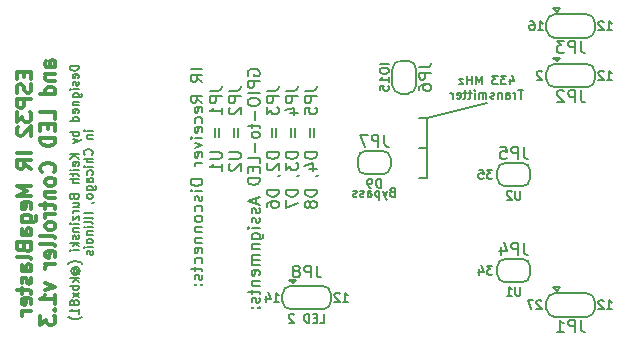
<source format=gbr>
G04 #@! TF.GenerationSoftware,KiCad,Pcbnew,(6.0.0-0)*
G04 #@! TF.CreationDate,2022-04-14T23:47:31-05:00*
G04 #@! TF.ProjectId,kbxIrBlaster,6b627849-7242-46c6-9173-7465722e6b69,rev?*
G04 #@! TF.SameCoordinates,Original*
G04 #@! TF.FileFunction,Legend,Bot*
G04 #@! TF.FilePolarity,Positive*
%FSLAX46Y46*%
G04 Gerber Fmt 4.6, Leading zero omitted, Abs format (unit mm)*
G04 Created by KiCad (PCBNEW (6.0.0-0)) date 2022-04-14 23:47:31*
%MOMM*%
%LPD*%
G01*
G04 APERTURE LIST*
%ADD10C,0.150000*%
%ADD11C,0.160000*%
%ADD12C,0.200000*%
%ADD13C,0.300000*%
G04 APERTURE END LIST*
D10*
X156210000Y-76835000D02*
X155575000Y-76835000D01*
X156210000Y-79375000D02*
X156210000Y-76835000D01*
X155575000Y-79375000D02*
X156210000Y-79375000D01*
X156210000Y-74295000D02*
X161290000Y-73025000D01*
X156210000Y-74295000D02*
X155575000Y-74295000D01*
X156210000Y-76835000D02*
X156210000Y-74295000D01*
D11*
X126735535Y-69912857D02*
X125985535Y-69912857D01*
X125985535Y-70091428D01*
X126021250Y-70198571D01*
X126092678Y-70270000D01*
X126164107Y-70305714D01*
X126306964Y-70341428D01*
X126414107Y-70341428D01*
X126556964Y-70305714D01*
X126628392Y-70270000D01*
X126699821Y-70198571D01*
X126735535Y-70091428D01*
X126735535Y-69912857D01*
X126699821Y-70948571D02*
X126735535Y-70877142D01*
X126735535Y-70734285D01*
X126699821Y-70662857D01*
X126628392Y-70627142D01*
X126342678Y-70627142D01*
X126271250Y-70662857D01*
X126235535Y-70734285D01*
X126235535Y-70877142D01*
X126271250Y-70948571D01*
X126342678Y-70984285D01*
X126414107Y-70984285D01*
X126485535Y-70627142D01*
X126699821Y-71270000D02*
X126735535Y-71341428D01*
X126735535Y-71484285D01*
X126699821Y-71555714D01*
X126628392Y-71591428D01*
X126592678Y-71591428D01*
X126521250Y-71555714D01*
X126485535Y-71484285D01*
X126485535Y-71377142D01*
X126449821Y-71305714D01*
X126378392Y-71270000D01*
X126342678Y-71270000D01*
X126271250Y-71305714D01*
X126235535Y-71377142D01*
X126235535Y-71484285D01*
X126271250Y-71555714D01*
X126735535Y-71912857D02*
X126235535Y-71912857D01*
X125985535Y-71912857D02*
X126021250Y-71877142D01*
X126056964Y-71912857D01*
X126021250Y-71948571D01*
X125985535Y-71912857D01*
X126056964Y-71912857D01*
X126235535Y-72591428D02*
X126842678Y-72591428D01*
X126914107Y-72555714D01*
X126949821Y-72520000D01*
X126985535Y-72448571D01*
X126985535Y-72341428D01*
X126949821Y-72270000D01*
X126699821Y-72591428D02*
X126735535Y-72520000D01*
X126735535Y-72377142D01*
X126699821Y-72305714D01*
X126664107Y-72270000D01*
X126592678Y-72234285D01*
X126378392Y-72234285D01*
X126306964Y-72270000D01*
X126271250Y-72305714D01*
X126235535Y-72377142D01*
X126235535Y-72520000D01*
X126271250Y-72591428D01*
X126235535Y-72948571D02*
X126735535Y-72948571D01*
X126306964Y-72948571D02*
X126271250Y-72984285D01*
X126235535Y-73055714D01*
X126235535Y-73162857D01*
X126271250Y-73234285D01*
X126342678Y-73270000D01*
X126735535Y-73270000D01*
X126699821Y-73912857D02*
X126735535Y-73841428D01*
X126735535Y-73698571D01*
X126699821Y-73627142D01*
X126628392Y-73591428D01*
X126342678Y-73591428D01*
X126271250Y-73627142D01*
X126235535Y-73698571D01*
X126235535Y-73841428D01*
X126271250Y-73912857D01*
X126342678Y-73948571D01*
X126414107Y-73948571D01*
X126485535Y-73591428D01*
X126735535Y-74591428D02*
X125985535Y-74591428D01*
X126699821Y-74591428D02*
X126735535Y-74520000D01*
X126735535Y-74377142D01*
X126699821Y-74305714D01*
X126664107Y-74270000D01*
X126592678Y-74234285D01*
X126378392Y-74234285D01*
X126306964Y-74270000D01*
X126271250Y-74305714D01*
X126235535Y-74377142D01*
X126235535Y-74520000D01*
X126271250Y-74591428D01*
X126735535Y-75520000D02*
X125985535Y-75520000D01*
X126271250Y-75520000D02*
X126235535Y-75591428D01*
X126235535Y-75734285D01*
X126271250Y-75805714D01*
X126306964Y-75841428D01*
X126378392Y-75877142D01*
X126592678Y-75877142D01*
X126664107Y-75841428D01*
X126699821Y-75805714D01*
X126735535Y-75734285D01*
X126735535Y-75591428D01*
X126699821Y-75520000D01*
X126235535Y-76127142D02*
X126735535Y-76305714D01*
X126235535Y-76484285D02*
X126735535Y-76305714D01*
X126914107Y-76234285D01*
X126949821Y-76198571D01*
X126985535Y-76127142D01*
X126735535Y-77341428D02*
X125985535Y-77341428D01*
X126735535Y-77769999D02*
X126306964Y-77448571D01*
X125985535Y-77769999D02*
X126414107Y-77341428D01*
X126699821Y-78377142D02*
X126735535Y-78305714D01*
X126735535Y-78162857D01*
X126699821Y-78091428D01*
X126628392Y-78055714D01*
X126342678Y-78055714D01*
X126271250Y-78091428D01*
X126235535Y-78162857D01*
X126235535Y-78305714D01*
X126271250Y-78377142D01*
X126342678Y-78412857D01*
X126414107Y-78412857D01*
X126485535Y-78055714D01*
X126735535Y-78734285D02*
X126235535Y-78734285D01*
X125985535Y-78734285D02*
X126021250Y-78698571D01*
X126056964Y-78734285D01*
X126021250Y-78770000D01*
X125985535Y-78734285D01*
X126056964Y-78734285D01*
X126235535Y-78984285D02*
X126235535Y-79269999D01*
X125985535Y-79091428D02*
X126628392Y-79091428D01*
X126699821Y-79127142D01*
X126735535Y-79198571D01*
X126735535Y-79269999D01*
X126735535Y-79520000D02*
X125985535Y-79520000D01*
X126735535Y-79841428D02*
X126342678Y-79841428D01*
X126271250Y-79805714D01*
X126235535Y-79734285D01*
X126235535Y-79627142D01*
X126271250Y-79555714D01*
X126306964Y-79520000D01*
X126342678Y-81020000D02*
X126378392Y-81127142D01*
X126414107Y-81162857D01*
X126485535Y-81198571D01*
X126592678Y-81198571D01*
X126664107Y-81162857D01*
X126699821Y-81127142D01*
X126735535Y-81055714D01*
X126735535Y-80770000D01*
X125985535Y-80770000D01*
X125985535Y-81020000D01*
X126021250Y-81091428D01*
X126056964Y-81127142D01*
X126128392Y-81162857D01*
X126199821Y-81162857D01*
X126271250Y-81127142D01*
X126306964Y-81091428D01*
X126342678Y-81020000D01*
X126342678Y-80770000D01*
X126235535Y-81841428D02*
X126735535Y-81841428D01*
X126235535Y-81520000D02*
X126628392Y-81520000D01*
X126699821Y-81555714D01*
X126735535Y-81627142D01*
X126735535Y-81734285D01*
X126699821Y-81805714D01*
X126664107Y-81841428D01*
X126735535Y-82198571D02*
X126235535Y-82198571D01*
X126378392Y-82198571D02*
X126306964Y-82234285D01*
X126271250Y-82270000D01*
X126235535Y-82341428D01*
X126235535Y-82412857D01*
X126235535Y-82591428D02*
X126235535Y-82984285D01*
X126735535Y-82591428D01*
X126735535Y-82984285D01*
X126735535Y-83269999D02*
X126235535Y-83269999D01*
X125985535Y-83269999D02*
X126021250Y-83234285D01*
X126056964Y-83269999D01*
X126021250Y-83305714D01*
X125985535Y-83269999D01*
X126056964Y-83269999D01*
X126235535Y-83627142D02*
X126735535Y-83627142D01*
X126306964Y-83627142D02*
X126271250Y-83662857D01*
X126235535Y-83734285D01*
X126235535Y-83841428D01*
X126271250Y-83912857D01*
X126342678Y-83948571D01*
X126735535Y-83948571D01*
X126699821Y-84269999D02*
X126735535Y-84341428D01*
X126735535Y-84484285D01*
X126699821Y-84555714D01*
X126628392Y-84591428D01*
X126592678Y-84591428D01*
X126521250Y-84555714D01*
X126485535Y-84484285D01*
X126485535Y-84377142D01*
X126449821Y-84305714D01*
X126378392Y-84269999D01*
X126342678Y-84269999D01*
X126271250Y-84305714D01*
X126235535Y-84377142D01*
X126235535Y-84484285D01*
X126271250Y-84555714D01*
X126735535Y-84912857D02*
X125985535Y-84912857D01*
X126449821Y-84984285D02*
X126735535Y-85198571D01*
X126235535Y-85198571D02*
X126521250Y-84912857D01*
X126735535Y-85519999D02*
X126235535Y-85519999D01*
X125985535Y-85519999D02*
X126021250Y-85484285D01*
X126056964Y-85519999D01*
X126021250Y-85555714D01*
X125985535Y-85519999D01*
X126056964Y-85519999D01*
X127021250Y-86662857D02*
X126985535Y-86627142D01*
X126878392Y-86555714D01*
X126806964Y-86520000D01*
X126699821Y-86484285D01*
X126521250Y-86448571D01*
X126378392Y-86448571D01*
X126199821Y-86484285D01*
X126092678Y-86520000D01*
X126021250Y-86555714D01*
X125914107Y-86627142D01*
X125878392Y-86662857D01*
X126378392Y-87412857D02*
X126342678Y-87377142D01*
X126306964Y-87305714D01*
X126306964Y-87234285D01*
X126342678Y-87162857D01*
X126378392Y-87127142D01*
X126449821Y-87091428D01*
X126521250Y-87091428D01*
X126592678Y-87127142D01*
X126628392Y-87162857D01*
X126664107Y-87234285D01*
X126664107Y-87305714D01*
X126628392Y-87377142D01*
X126592678Y-87412857D01*
X126306964Y-87412857D02*
X126592678Y-87412857D01*
X126628392Y-87448571D01*
X126628392Y-87484285D01*
X126592678Y-87555714D01*
X126521250Y-87591428D01*
X126342678Y-87591428D01*
X126235535Y-87520000D01*
X126164107Y-87412857D01*
X126128392Y-87270000D01*
X126164107Y-87127142D01*
X126235535Y-87020000D01*
X126342678Y-86948571D01*
X126485535Y-86912857D01*
X126628392Y-86948571D01*
X126735535Y-87020000D01*
X126806964Y-87127142D01*
X126842678Y-87270000D01*
X126806964Y-87412857D01*
X126735535Y-87520000D01*
X126735535Y-87912857D02*
X125985535Y-87912857D01*
X126449821Y-87984285D02*
X126735535Y-88198571D01*
X126235535Y-88198571D02*
X126521250Y-87912857D01*
X126735535Y-88520000D02*
X125985535Y-88520000D01*
X126271250Y-88520000D02*
X126235535Y-88591428D01*
X126235535Y-88734285D01*
X126271250Y-88805714D01*
X126306964Y-88841428D01*
X126378392Y-88877142D01*
X126592678Y-88877142D01*
X126664107Y-88841428D01*
X126699821Y-88805714D01*
X126735535Y-88734285D01*
X126735535Y-88591428D01*
X126699821Y-88520000D01*
X126735535Y-89127142D02*
X126235535Y-89520000D01*
X126235535Y-89127142D02*
X126735535Y-89520000D01*
X126306964Y-89912857D02*
X126271250Y-89841428D01*
X126235535Y-89805714D01*
X126164107Y-89770000D01*
X126128392Y-89770000D01*
X126056964Y-89805714D01*
X126021250Y-89841428D01*
X125985535Y-89912857D01*
X125985535Y-90055714D01*
X126021250Y-90127142D01*
X126056964Y-90162857D01*
X126128392Y-90198571D01*
X126164107Y-90198571D01*
X126235535Y-90162857D01*
X126271250Y-90127142D01*
X126306964Y-90055714D01*
X126306964Y-89912857D01*
X126342678Y-89841428D01*
X126378392Y-89805714D01*
X126449821Y-89770000D01*
X126592678Y-89770000D01*
X126664107Y-89805714D01*
X126699821Y-89841428D01*
X126735535Y-89912857D01*
X126735535Y-90055714D01*
X126699821Y-90127142D01*
X126664107Y-90162857D01*
X126592678Y-90198571D01*
X126449821Y-90198571D01*
X126378392Y-90162857D01*
X126342678Y-90127142D01*
X126306964Y-90055714D01*
X126735535Y-90912857D02*
X126735535Y-90484285D01*
X126735535Y-90698571D02*
X125985535Y-90698571D01*
X126092678Y-90627142D01*
X126164107Y-90555714D01*
X126199821Y-90484285D01*
X127021250Y-91162857D02*
X126985535Y-91198571D01*
X126878392Y-91269999D01*
X126806964Y-91305714D01*
X126699821Y-91341428D01*
X126521250Y-91377142D01*
X126378392Y-91377142D01*
X126199821Y-91341428D01*
X126092678Y-91305714D01*
X126021250Y-91269999D01*
X125914107Y-91198571D01*
X125878392Y-91162857D01*
X127943035Y-75412857D02*
X127443035Y-75412857D01*
X127193035Y-75412857D02*
X127228750Y-75377142D01*
X127264464Y-75412857D01*
X127228750Y-75448571D01*
X127193035Y-75412857D01*
X127264464Y-75412857D01*
X127443035Y-75770000D02*
X127943035Y-75770000D01*
X127514464Y-75770000D02*
X127478750Y-75805714D01*
X127443035Y-75877142D01*
X127443035Y-75984285D01*
X127478750Y-76055714D01*
X127550178Y-76091428D01*
X127943035Y-76091428D01*
X127871607Y-77448571D02*
X127907321Y-77412857D01*
X127943035Y-77305714D01*
X127943035Y-77234285D01*
X127907321Y-77127142D01*
X127835892Y-77055714D01*
X127764464Y-77020000D01*
X127621607Y-76984285D01*
X127514464Y-76984285D01*
X127371607Y-77020000D01*
X127300178Y-77055714D01*
X127228750Y-77127142D01*
X127193035Y-77234285D01*
X127193035Y-77305714D01*
X127228750Y-77412857D01*
X127264464Y-77448571D01*
X127943035Y-77770000D02*
X127193035Y-77770000D01*
X127943035Y-78091428D02*
X127550178Y-78091428D01*
X127478750Y-78055714D01*
X127443035Y-77984285D01*
X127443035Y-77877142D01*
X127478750Y-77805714D01*
X127514464Y-77770000D01*
X127943035Y-78448571D02*
X127443035Y-78448571D01*
X127193035Y-78448571D02*
X127228750Y-78412857D01*
X127264464Y-78448571D01*
X127228750Y-78484285D01*
X127193035Y-78448571D01*
X127264464Y-78448571D01*
X127907321Y-79127142D02*
X127943035Y-79055714D01*
X127943035Y-78912857D01*
X127907321Y-78841428D01*
X127871607Y-78805714D01*
X127800178Y-78770000D01*
X127585892Y-78770000D01*
X127514464Y-78805714D01*
X127478750Y-78841428D01*
X127443035Y-78912857D01*
X127443035Y-79055714D01*
X127478750Y-79127142D01*
X127943035Y-79770000D02*
X127550178Y-79770000D01*
X127478750Y-79734285D01*
X127443035Y-79662857D01*
X127443035Y-79520000D01*
X127478750Y-79448571D01*
X127907321Y-79770000D02*
X127943035Y-79698571D01*
X127943035Y-79520000D01*
X127907321Y-79448571D01*
X127835892Y-79412857D01*
X127764464Y-79412857D01*
X127693035Y-79448571D01*
X127657321Y-79520000D01*
X127657321Y-79698571D01*
X127621607Y-79770000D01*
X127443035Y-80448571D02*
X128050178Y-80448571D01*
X128121607Y-80412857D01*
X128157321Y-80377142D01*
X128193035Y-80305714D01*
X128193035Y-80198571D01*
X128157321Y-80127142D01*
X127907321Y-80448571D02*
X127943035Y-80377142D01*
X127943035Y-80234285D01*
X127907321Y-80162857D01*
X127871607Y-80127142D01*
X127800178Y-80091428D01*
X127585892Y-80091428D01*
X127514464Y-80127142D01*
X127478750Y-80162857D01*
X127443035Y-80234285D01*
X127443035Y-80377142D01*
X127478750Y-80448571D01*
X127943035Y-80912857D02*
X127907321Y-80841428D01*
X127871607Y-80805714D01*
X127800178Y-80770000D01*
X127585892Y-80770000D01*
X127514464Y-80805714D01*
X127478750Y-80841428D01*
X127443035Y-80912857D01*
X127443035Y-81020000D01*
X127478750Y-81091428D01*
X127514464Y-81127142D01*
X127585892Y-81162857D01*
X127800178Y-81162857D01*
X127871607Y-81127142D01*
X127907321Y-81091428D01*
X127943035Y-81020000D01*
X127943035Y-80912857D01*
X127907321Y-81520000D02*
X127943035Y-81520000D01*
X128014464Y-81484285D01*
X128050178Y-81448571D01*
X127943035Y-82412857D02*
X127193035Y-82412857D01*
X127943035Y-82877142D02*
X127907321Y-82805714D01*
X127835892Y-82770000D01*
X127193035Y-82770000D01*
X127943035Y-83270000D02*
X127907321Y-83198571D01*
X127835892Y-83162857D01*
X127193035Y-83162857D01*
X127943035Y-83555714D02*
X127443035Y-83555714D01*
X127193035Y-83555714D02*
X127228750Y-83520000D01*
X127264464Y-83555714D01*
X127228750Y-83591428D01*
X127193035Y-83555714D01*
X127264464Y-83555714D01*
X127443035Y-83912857D02*
X127943035Y-83912857D01*
X127514464Y-83912857D02*
X127478750Y-83948571D01*
X127443035Y-84020000D01*
X127443035Y-84127142D01*
X127478750Y-84198571D01*
X127550178Y-84234285D01*
X127943035Y-84234285D01*
X127943035Y-84698571D02*
X127907321Y-84627142D01*
X127871607Y-84591428D01*
X127800178Y-84555714D01*
X127585892Y-84555714D01*
X127514464Y-84591428D01*
X127478750Y-84627142D01*
X127443035Y-84698571D01*
X127443035Y-84805714D01*
X127478750Y-84877142D01*
X127514464Y-84912857D01*
X127585892Y-84948571D01*
X127800178Y-84948571D01*
X127871607Y-84912857D01*
X127907321Y-84877142D01*
X127943035Y-84805714D01*
X127943035Y-84698571D01*
X127943035Y-85270000D02*
X127443035Y-85270000D01*
X127193035Y-85270000D02*
X127228750Y-85234285D01*
X127264464Y-85270000D01*
X127228750Y-85305714D01*
X127193035Y-85270000D01*
X127264464Y-85270000D01*
X127907321Y-85591428D02*
X127943035Y-85662857D01*
X127943035Y-85805714D01*
X127907321Y-85877142D01*
X127835892Y-85912857D01*
X127800178Y-85912857D01*
X127728750Y-85877142D01*
X127693035Y-85805714D01*
X127693035Y-85698571D01*
X127657321Y-85627142D01*
X127585892Y-85591428D01*
X127550178Y-85591428D01*
X127478750Y-85627142D01*
X127443035Y-85698571D01*
X127443035Y-85805714D01*
X127478750Y-85877142D01*
D12*
X137227380Y-70218095D02*
X136227380Y-70218095D01*
X137227380Y-71265714D02*
X136751190Y-70932380D01*
X137227380Y-70694285D02*
X136227380Y-70694285D01*
X136227380Y-71075238D01*
X136275000Y-71170476D01*
X136322619Y-71218095D01*
X136417857Y-71265714D01*
X136560714Y-71265714D01*
X136655952Y-71218095D01*
X136703571Y-71170476D01*
X136751190Y-71075238D01*
X136751190Y-70694285D01*
X137227380Y-73027619D02*
X136751190Y-72694285D01*
X137227380Y-72456190D02*
X136227380Y-72456190D01*
X136227380Y-72837142D01*
X136275000Y-72932380D01*
X136322619Y-72980000D01*
X136417857Y-73027619D01*
X136560714Y-73027619D01*
X136655952Y-72980000D01*
X136703571Y-72932380D01*
X136751190Y-72837142D01*
X136751190Y-72456190D01*
X137179761Y-73837142D02*
X137227380Y-73741904D01*
X137227380Y-73551428D01*
X137179761Y-73456190D01*
X137084523Y-73408571D01*
X136703571Y-73408571D01*
X136608333Y-73456190D01*
X136560714Y-73551428D01*
X136560714Y-73741904D01*
X136608333Y-73837142D01*
X136703571Y-73884761D01*
X136798809Y-73884761D01*
X136894047Y-73408571D01*
X137179761Y-74741904D02*
X137227380Y-74646666D01*
X137227380Y-74456190D01*
X137179761Y-74360952D01*
X137132142Y-74313333D01*
X137036904Y-74265714D01*
X136751190Y-74265714D01*
X136655952Y-74313333D01*
X136608333Y-74360952D01*
X136560714Y-74456190D01*
X136560714Y-74646666D01*
X136608333Y-74741904D01*
X137179761Y-75551428D02*
X137227380Y-75456190D01*
X137227380Y-75265714D01*
X137179761Y-75170476D01*
X137084523Y-75122857D01*
X136703571Y-75122857D01*
X136608333Y-75170476D01*
X136560714Y-75265714D01*
X136560714Y-75456190D01*
X136608333Y-75551428D01*
X136703571Y-75599047D01*
X136798809Y-75599047D01*
X136894047Y-75122857D01*
X137227380Y-76027619D02*
X136560714Y-76027619D01*
X136227380Y-76027619D02*
X136275000Y-75980000D01*
X136322619Y-76027619D01*
X136275000Y-76075238D01*
X136227380Y-76027619D01*
X136322619Y-76027619D01*
X136560714Y-76408571D02*
X137227380Y-76646666D01*
X136560714Y-76884761D01*
X137179761Y-77646666D02*
X137227380Y-77551428D01*
X137227380Y-77360952D01*
X137179761Y-77265714D01*
X137084523Y-77218095D01*
X136703571Y-77218095D01*
X136608333Y-77265714D01*
X136560714Y-77360952D01*
X136560714Y-77551428D01*
X136608333Y-77646666D01*
X136703571Y-77694285D01*
X136798809Y-77694285D01*
X136894047Y-77218095D01*
X137227380Y-78122857D02*
X136560714Y-78122857D01*
X136751190Y-78122857D02*
X136655952Y-78170476D01*
X136608333Y-78218095D01*
X136560714Y-78313333D01*
X136560714Y-78408571D01*
X137227380Y-79503809D02*
X136227380Y-79503809D01*
X136227380Y-79741904D01*
X136275000Y-79884761D01*
X136370238Y-79980000D01*
X136465476Y-80027619D01*
X136655952Y-80075238D01*
X136798809Y-80075238D01*
X136989285Y-80027619D01*
X137084523Y-79980000D01*
X137179761Y-79884761D01*
X137227380Y-79741904D01*
X137227380Y-79503809D01*
X137227380Y-80503809D02*
X136560714Y-80503809D01*
X136227380Y-80503809D02*
X136275000Y-80456190D01*
X136322619Y-80503809D01*
X136275000Y-80551428D01*
X136227380Y-80503809D01*
X136322619Y-80503809D01*
X137179761Y-80932380D02*
X137227380Y-81027619D01*
X137227380Y-81218095D01*
X137179761Y-81313333D01*
X137084523Y-81360952D01*
X137036904Y-81360952D01*
X136941666Y-81313333D01*
X136894047Y-81218095D01*
X136894047Y-81075238D01*
X136846428Y-80980000D01*
X136751190Y-80932380D01*
X136703571Y-80932380D01*
X136608333Y-80980000D01*
X136560714Y-81075238D01*
X136560714Y-81218095D01*
X136608333Y-81313333D01*
X137179761Y-82218095D02*
X137227380Y-82122857D01*
X137227380Y-81932380D01*
X137179761Y-81837142D01*
X137132142Y-81789523D01*
X137036904Y-81741904D01*
X136751190Y-81741904D01*
X136655952Y-81789523D01*
X136608333Y-81837142D01*
X136560714Y-81932380D01*
X136560714Y-82122857D01*
X136608333Y-82218095D01*
X137227380Y-82789523D02*
X137179761Y-82694285D01*
X137132142Y-82646666D01*
X137036904Y-82599047D01*
X136751190Y-82599047D01*
X136655952Y-82646666D01*
X136608333Y-82694285D01*
X136560714Y-82789523D01*
X136560714Y-82932380D01*
X136608333Y-83027619D01*
X136655952Y-83075238D01*
X136751190Y-83122857D01*
X137036904Y-83122857D01*
X137132142Y-83075238D01*
X137179761Y-83027619D01*
X137227380Y-82932380D01*
X137227380Y-82789523D01*
X136560714Y-83551428D02*
X137227380Y-83551428D01*
X136655952Y-83551428D02*
X136608333Y-83599047D01*
X136560714Y-83694285D01*
X136560714Y-83837142D01*
X136608333Y-83932380D01*
X136703571Y-83980000D01*
X137227380Y-83980000D01*
X136560714Y-84456190D02*
X137227380Y-84456190D01*
X136655952Y-84456190D02*
X136608333Y-84503809D01*
X136560714Y-84599047D01*
X136560714Y-84741904D01*
X136608333Y-84837142D01*
X136703571Y-84884761D01*
X137227380Y-84884761D01*
X137179761Y-85741904D02*
X137227380Y-85646666D01*
X137227380Y-85456190D01*
X137179761Y-85360952D01*
X137084523Y-85313333D01*
X136703571Y-85313333D01*
X136608333Y-85360952D01*
X136560714Y-85456190D01*
X136560714Y-85646666D01*
X136608333Y-85741904D01*
X136703571Y-85789523D01*
X136798809Y-85789523D01*
X136894047Y-85313333D01*
X137179761Y-86646666D02*
X137227380Y-86551428D01*
X137227380Y-86360952D01*
X137179761Y-86265714D01*
X137132142Y-86218095D01*
X137036904Y-86170476D01*
X136751190Y-86170476D01*
X136655952Y-86218095D01*
X136608333Y-86265714D01*
X136560714Y-86360952D01*
X136560714Y-86551428D01*
X136608333Y-86646666D01*
X136560714Y-86932380D02*
X136560714Y-87313333D01*
X136227380Y-87075238D02*
X137084523Y-87075238D01*
X137179761Y-87122857D01*
X137227380Y-87218095D01*
X137227380Y-87313333D01*
X137179761Y-87599047D02*
X137227380Y-87694285D01*
X137227380Y-87884761D01*
X137179761Y-87980000D01*
X137084523Y-88027619D01*
X137036904Y-88027619D01*
X136941666Y-87980000D01*
X136894047Y-87884761D01*
X136894047Y-87741904D01*
X136846428Y-87646666D01*
X136751190Y-87599047D01*
X136703571Y-87599047D01*
X136608333Y-87646666D01*
X136560714Y-87741904D01*
X136560714Y-87884761D01*
X136608333Y-87980000D01*
X137132142Y-88456190D02*
X137179761Y-88503809D01*
X137227380Y-88456190D01*
X137179761Y-88408571D01*
X137132142Y-88456190D01*
X137227380Y-88456190D01*
X136608333Y-88456190D02*
X136655952Y-88503809D01*
X136703571Y-88456190D01*
X136655952Y-88408571D01*
X136608333Y-88456190D01*
X136703571Y-88456190D01*
X137837380Y-72027619D02*
X138551666Y-72027619D01*
X138694523Y-71980000D01*
X138789761Y-71884761D01*
X138837380Y-71741904D01*
X138837380Y-71646666D01*
X138837380Y-72503809D02*
X137837380Y-72503809D01*
X137837380Y-72884761D01*
X137885000Y-72980000D01*
X137932619Y-73027619D01*
X138027857Y-73075238D01*
X138170714Y-73075238D01*
X138265952Y-73027619D01*
X138313571Y-72980000D01*
X138361190Y-72884761D01*
X138361190Y-72503809D01*
X138837380Y-74027619D02*
X138837380Y-73456190D01*
X138837380Y-73741904D02*
X137837380Y-73741904D01*
X137980238Y-73646666D01*
X138075476Y-73551428D01*
X138123095Y-73456190D01*
X138313571Y-75218095D02*
X138313571Y-75980000D01*
X138599285Y-75980000D02*
X138599285Y-75218095D01*
X137837380Y-77218095D02*
X138646904Y-77218095D01*
X138742142Y-77265714D01*
X138789761Y-77313333D01*
X138837380Y-77408571D01*
X138837380Y-77599047D01*
X138789761Y-77694285D01*
X138742142Y-77741904D01*
X138646904Y-77789523D01*
X137837380Y-77789523D01*
X138837380Y-78789523D02*
X138837380Y-78218095D01*
X138837380Y-78503809D02*
X137837380Y-78503809D01*
X137980238Y-78408571D01*
X138075476Y-78313333D01*
X138123095Y-78218095D01*
X139447380Y-72027619D02*
X140161666Y-72027619D01*
X140304523Y-71980000D01*
X140399761Y-71884761D01*
X140447380Y-71741904D01*
X140447380Y-71646666D01*
X140447380Y-72503809D02*
X139447380Y-72503809D01*
X139447380Y-72884761D01*
X139495000Y-72980000D01*
X139542619Y-73027619D01*
X139637857Y-73075238D01*
X139780714Y-73075238D01*
X139875952Y-73027619D01*
X139923571Y-72980000D01*
X139971190Y-72884761D01*
X139971190Y-72503809D01*
X139542619Y-73456190D02*
X139495000Y-73503809D01*
X139447380Y-73599047D01*
X139447380Y-73837142D01*
X139495000Y-73932380D01*
X139542619Y-73980000D01*
X139637857Y-74027619D01*
X139733095Y-74027619D01*
X139875952Y-73980000D01*
X140447380Y-73408571D01*
X140447380Y-74027619D01*
X139923571Y-75218095D02*
X139923571Y-75980000D01*
X140209285Y-75980000D02*
X140209285Y-75218095D01*
X139447380Y-77218095D02*
X140256904Y-77218095D01*
X140352142Y-77265714D01*
X140399761Y-77313333D01*
X140447380Y-77408571D01*
X140447380Y-77599047D01*
X140399761Y-77694285D01*
X140352142Y-77741904D01*
X140256904Y-77789523D01*
X139447380Y-77789523D01*
X139542619Y-78218095D02*
X139495000Y-78265714D01*
X139447380Y-78360952D01*
X139447380Y-78599047D01*
X139495000Y-78694285D01*
X139542619Y-78741904D01*
X139637857Y-78789523D01*
X139733095Y-78789523D01*
X139875952Y-78741904D01*
X140447380Y-78170476D01*
X140447380Y-78789523D01*
X141105000Y-70741904D02*
X141057380Y-70646666D01*
X141057380Y-70503809D01*
X141105000Y-70360952D01*
X141200238Y-70265714D01*
X141295476Y-70218095D01*
X141485952Y-70170476D01*
X141628809Y-70170476D01*
X141819285Y-70218095D01*
X141914523Y-70265714D01*
X142009761Y-70360952D01*
X142057380Y-70503809D01*
X142057380Y-70599047D01*
X142009761Y-70741904D01*
X141962142Y-70789523D01*
X141628809Y-70789523D01*
X141628809Y-70599047D01*
X142057380Y-71218095D02*
X141057380Y-71218095D01*
X141057380Y-71599047D01*
X141105000Y-71694285D01*
X141152619Y-71741904D01*
X141247857Y-71789523D01*
X141390714Y-71789523D01*
X141485952Y-71741904D01*
X141533571Y-71694285D01*
X141581190Y-71599047D01*
X141581190Y-71218095D01*
X142057380Y-72218095D02*
X141057380Y-72218095D01*
X141057380Y-72884761D02*
X141057380Y-73075238D01*
X141105000Y-73170476D01*
X141200238Y-73265714D01*
X141390714Y-73313333D01*
X141724047Y-73313333D01*
X141914523Y-73265714D01*
X142009761Y-73170476D01*
X142057380Y-73075238D01*
X142057380Y-72884761D01*
X142009761Y-72789523D01*
X141914523Y-72694285D01*
X141724047Y-72646666D01*
X141390714Y-72646666D01*
X141200238Y-72694285D01*
X141105000Y-72789523D01*
X141057380Y-72884761D01*
X141676428Y-73741904D02*
X141676428Y-74503809D01*
X141390714Y-74837142D02*
X141390714Y-75218095D01*
X141057380Y-74980000D02*
X141914523Y-74980000D01*
X142009761Y-75027619D01*
X142057380Y-75122857D01*
X142057380Y-75218095D01*
X142057380Y-75694285D02*
X142009761Y-75599047D01*
X141962142Y-75551428D01*
X141866904Y-75503809D01*
X141581190Y-75503809D01*
X141485952Y-75551428D01*
X141438333Y-75599047D01*
X141390714Y-75694285D01*
X141390714Y-75837142D01*
X141438333Y-75932380D01*
X141485952Y-75980000D01*
X141581190Y-76027619D01*
X141866904Y-76027619D01*
X141962142Y-75980000D01*
X142009761Y-75932380D01*
X142057380Y-75837142D01*
X142057380Y-75694285D01*
X141676428Y-76456190D02*
X141676428Y-77218095D01*
X142057380Y-78170476D02*
X142057380Y-77694285D01*
X141057380Y-77694285D01*
X141533571Y-78503809D02*
X141533571Y-78837142D01*
X142057380Y-78980000D02*
X142057380Y-78503809D01*
X141057380Y-78503809D01*
X141057380Y-78980000D01*
X142057380Y-79408571D02*
X141057380Y-79408571D01*
X141057380Y-79646666D01*
X141105000Y-79789523D01*
X141200238Y-79884761D01*
X141295476Y-79932380D01*
X141485952Y-79980000D01*
X141628809Y-79980000D01*
X141819285Y-79932380D01*
X141914523Y-79884761D01*
X142009761Y-79789523D01*
X142057380Y-79646666D01*
X142057380Y-79408571D01*
X141771666Y-81122857D02*
X141771666Y-81599047D01*
X142057380Y-81027619D02*
X141057380Y-81360952D01*
X142057380Y-81694285D01*
X142009761Y-81980000D02*
X142057380Y-82075238D01*
X142057380Y-82265714D01*
X142009761Y-82360952D01*
X141914523Y-82408571D01*
X141866904Y-82408571D01*
X141771666Y-82360952D01*
X141724047Y-82265714D01*
X141724047Y-82122857D01*
X141676428Y-82027619D01*
X141581190Y-81980000D01*
X141533571Y-81980000D01*
X141438333Y-82027619D01*
X141390714Y-82122857D01*
X141390714Y-82265714D01*
X141438333Y-82360952D01*
X142009761Y-82789523D02*
X142057380Y-82884761D01*
X142057380Y-83075238D01*
X142009761Y-83170476D01*
X141914523Y-83218095D01*
X141866904Y-83218095D01*
X141771666Y-83170476D01*
X141724047Y-83075238D01*
X141724047Y-82932380D01*
X141676428Y-82837142D01*
X141581190Y-82789523D01*
X141533571Y-82789523D01*
X141438333Y-82837142D01*
X141390714Y-82932380D01*
X141390714Y-83075238D01*
X141438333Y-83170476D01*
X142057380Y-83646666D02*
X141390714Y-83646666D01*
X141057380Y-83646666D02*
X141105000Y-83599047D01*
X141152619Y-83646666D01*
X141105000Y-83694285D01*
X141057380Y-83646666D01*
X141152619Y-83646666D01*
X141390714Y-84551428D02*
X142200238Y-84551428D01*
X142295476Y-84503809D01*
X142343095Y-84456190D01*
X142390714Y-84360952D01*
X142390714Y-84218095D01*
X142343095Y-84122857D01*
X142009761Y-84551428D02*
X142057380Y-84456190D01*
X142057380Y-84265714D01*
X142009761Y-84170476D01*
X141962142Y-84122857D01*
X141866904Y-84075238D01*
X141581190Y-84075238D01*
X141485952Y-84122857D01*
X141438333Y-84170476D01*
X141390714Y-84265714D01*
X141390714Y-84456190D01*
X141438333Y-84551428D01*
X141390714Y-85027619D02*
X142057380Y-85027619D01*
X141485952Y-85027619D02*
X141438333Y-85075238D01*
X141390714Y-85170476D01*
X141390714Y-85313333D01*
X141438333Y-85408571D01*
X141533571Y-85456190D01*
X142057380Y-85456190D01*
X142057380Y-85932380D02*
X141390714Y-85932380D01*
X141485952Y-85932380D02*
X141438333Y-85980000D01*
X141390714Y-86075238D01*
X141390714Y-86218095D01*
X141438333Y-86313333D01*
X141533571Y-86360952D01*
X142057380Y-86360952D01*
X141533571Y-86360952D02*
X141438333Y-86408571D01*
X141390714Y-86503809D01*
X141390714Y-86646666D01*
X141438333Y-86741904D01*
X141533571Y-86789523D01*
X142057380Y-86789523D01*
X142009761Y-87646666D02*
X142057380Y-87551428D01*
X142057380Y-87360952D01*
X142009761Y-87265714D01*
X141914523Y-87218095D01*
X141533571Y-87218095D01*
X141438333Y-87265714D01*
X141390714Y-87360952D01*
X141390714Y-87551428D01*
X141438333Y-87646666D01*
X141533571Y-87694285D01*
X141628809Y-87694285D01*
X141724047Y-87218095D01*
X141390714Y-88122857D02*
X142057380Y-88122857D01*
X141485952Y-88122857D02*
X141438333Y-88170476D01*
X141390714Y-88265714D01*
X141390714Y-88408571D01*
X141438333Y-88503809D01*
X141533571Y-88551428D01*
X142057380Y-88551428D01*
X141390714Y-88884761D02*
X141390714Y-89265714D01*
X141057380Y-89027619D02*
X141914523Y-89027619D01*
X142009761Y-89075238D01*
X142057380Y-89170476D01*
X142057380Y-89265714D01*
X142009761Y-89551428D02*
X142057380Y-89646666D01*
X142057380Y-89837142D01*
X142009761Y-89932380D01*
X141914523Y-89980000D01*
X141866904Y-89980000D01*
X141771666Y-89932380D01*
X141724047Y-89837142D01*
X141724047Y-89694285D01*
X141676428Y-89599047D01*
X141581190Y-89551428D01*
X141533571Y-89551428D01*
X141438333Y-89599047D01*
X141390714Y-89694285D01*
X141390714Y-89837142D01*
X141438333Y-89932380D01*
X141962142Y-90408571D02*
X142009761Y-90456190D01*
X142057380Y-90408571D01*
X142009761Y-90360952D01*
X141962142Y-90408571D01*
X142057380Y-90408571D01*
X141438333Y-90408571D02*
X141485952Y-90456190D01*
X141533571Y-90408571D01*
X141485952Y-90360952D01*
X141438333Y-90408571D01*
X141533571Y-90408571D01*
X142667380Y-72027619D02*
X143381666Y-72027619D01*
X143524523Y-71980000D01*
X143619761Y-71884761D01*
X143667380Y-71741904D01*
X143667380Y-71646666D01*
X143667380Y-72503809D02*
X142667380Y-72503809D01*
X142667380Y-72884761D01*
X142715000Y-72980000D01*
X142762619Y-73027619D01*
X142857857Y-73075238D01*
X143000714Y-73075238D01*
X143095952Y-73027619D01*
X143143571Y-72980000D01*
X143191190Y-72884761D01*
X143191190Y-72503809D01*
X142667380Y-73408571D02*
X142667380Y-74027619D01*
X143048333Y-73694285D01*
X143048333Y-73837142D01*
X143095952Y-73932380D01*
X143143571Y-73980000D01*
X143238809Y-74027619D01*
X143476904Y-74027619D01*
X143572142Y-73980000D01*
X143619761Y-73932380D01*
X143667380Y-73837142D01*
X143667380Y-73551428D01*
X143619761Y-73456190D01*
X143572142Y-73408571D01*
X143143571Y-75218095D02*
X143143571Y-75980000D01*
X143429285Y-75980000D02*
X143429285Y-75218095D01*
X143667380Y-77218095D02*
X142667380Y-77218095D01*
X142667380Y-77456190D01*
X142715000Y-77599047D01*
X142810238Y-77694285D01*
X142905476Y-77741904D01*
X143095952Y-77789523D01*
X143238809Y-77789523D01*
X143429285Y-77741904D01*
X143524523Y-77694285D01*
X143619761Y-77599047D01*
X143667380Y-77456190D01*
X143667380Y-77218095D01*
X142762619Y-78170476D02*
X142715000Y-78218095D01*
X142667380Y-78313333D01*
X142667380Y-78551428D01*
X142715000Y-78646666D01*
X142762619Y-78694285D01*
X142857857Y-78741904D01*
X142953095Y-78741904D01*
X143095952Y-78694285D01*
X143667380Y-78122857D01*
X143667380Y-78741904D01*
X143619761Y-79218095D02*
X143667380Y-79218095D01*
X143762619Y-79170476D01*
X143810238Y-79122857D01*
X143667380Y-80408571D02*
X142667380Y-80408571D01*
X142667380Y-80646666D01*
X142715000Y-80789523D01*
X142810238Y-80884761D01*
X142905476Y-80932380D01*
X143095952Y-80979999D01*
X143238809Y-80979999D01*
X143429285Y-80932380D01*
X143524523Y-80884761D01*
X143619761Y-80789523D01*
X143667380Y-80646666D01*
X143667380Y-80408571D01*
X142667380Y-81837142D02*
X142667380Y-81646666D01*
X142715000Y-81551428D01*
X142762619Y-81503809D01*
X142905476Y-81408571D01*
X143095952Y-81360952D01*
X143476904Y-81360952D01*
X143572142Y-81408571D01*
X143619761Y-81456190D01*
X143667380Y-81551428D01*
X143667380Y-81741904D01*
X143619761Y-81837142D01*
X143572142Y-81884761D01*
X143476904Y-81932380D01*
X143238809Y-81932380D01*
X143143571Y-81884761D01*
X143095952Y-81837142D01*
X143048333Y-81741904D01*
X143048333Y-81551428D01*
X143095952Y-81456190D01*
X143143571Y-81408571D01*
X143238809Y-81360952D01*
X144277380Y-72027619D02*
X144991666Y-72027619D01*
X145134523Y-71980000D01*
X145229761Y-71884761D01*
X145277380Y-71741904D01*
X145277380Y-71646666D01*
X145277380Y-72503809D02*
X144277380Y-72503809D01*
X144277380Y-72884761D01*
X144325000Y-72980000D01*
X144372619Y-73027619D01*
X144467857Y-73075238D01*
X144610714Y-73075238D01*
X144705952Y-73027619D01*
X144753571Y-72980000D01*
X144801190Y-72884761D01*
X144801190Y-72503809D01*
X144610714Y-73932380D02*
X145277380Y-73932380D01*
X144229761Y-73694285D02*
X144944047Y-73456190D01*
X144944047Y-74075238D01*
X144753571Y-75218095D02*
X144753571Y-75980000D01*
X145039285Y-75980000D02*
X145039285Y-75218095D01*
X145277380Y-77218095D02*
X144277380Y-77218095D01*
X144277380Y-77456190D01*
X144325000Y-77599047D01*
X144420238Y-77694285D01*
X144515476Y-77741904D01*
X144705952Y-77789523D01*
X144848809Y-77789523D01*
X145039285Y-77741904D01*
X145134523Y-77694285D01*
X145229761Y-77599047D01*
X145277380Y-77456190D01*
X145277380Y-77218095D01*
X144277380Y-78122857D02*
X144277380Y-78741904D01*
X144658333Y-78408571D01*
X144658333Y-78551428D01*
X144705952Y-78646666D01*
X144753571Y-78694285D01*
X144848809Y-78741904D01*
X145086904Y-78741904D01*
X145182142Y-78694285D01*
X145229761Y-78646666D01*
X145277380Y-78551428D01*
X145277380Y-78265714D01*
X145229761Y-78170476D01*
X145182142Y-78122857D01*
X145229761Y-79218095D02*
X145277380Y-79218095D01*
X145372619Y-79170476D01*
X145420238Y-79122857D01*
X145277380Y-80408571D02*
X144277380Y-80408571D01*
X144277380Y-80646666D01*
X144325000Y-80789523D01*
X144420238Y-80884761D01*
X144515476Y-80932380D01*
X144705952Y-80979999D01*
X144848809Y-80979999D01*
X145039285Y-80932380D01*
X145134523Y-80884761D01*
X145229761Y-80789523D01*
X145277380Y-80646666D01*
X145277380Y-80408571D01*
X144277380Y-81313333D02*
X144277380Y-81979999D01*
X145277380Y-81551428D01*
X145887380Y-72027619D02*
X146601666Y-72027619D01*
X146744523Y-71980000D01*
X146839761Y-71884761D01*
X146887380Y-71741904D01*
X146887380Y-71646666D01*
X146887380Y-72503809D02*
X145887380Y-72503809D01*
X145887380Y-72884761D01*
X145935000Y-72980000D01*
X145982619Y-73027619D01*
X146077857Y-73075238D01*
X146220714Y-73075238D01*
X146315952Y-73027619D01*
X146363571Y-72980000D01*
X146411190Y-72884761D01*
X146411190Y-72503809D01*
X145887380Y-73980000D02*
X145887380Y-73503809D01*
X146363571Y-73456190D01*
X146315952Y-73503809D01*
X146268333Y-73599047D01*
X146268333Y-73837142D01*
X146315952Y-73932380D01*
X146363571Y-73980000D01*
X146458809Y-74027619D01*
X146696904Y-74027619D01*
X146792142Y-73980000D01*
X146839761Y-73932380D01*
X146887380Y-73837142D01*
X146887380Y-73599047D01*
X146839761Y-73503809D01*
X146792142Y-73456190D01*
X146363571Y-75218095D02*
X146363571Y-75980000D01*
X146649285Y-75980000D02*
X146649285Y-75218095D01*
X146887380Y-77218095D02*
X145887380Y-77218095D01*
X145887380Y-77456190D01*
X145935000Y-77599047D01*
X146030238Y-77694285D01*
X146125476Y-77741904D01*
X146315952Y-77789523D01*
X146458809Y-77789523D01*
X146649285Y-77741904D01*
X146744523Y-77694285D01*
X146839761Y-77599047D01*
X146887380Y-77456190D01*
X146887380Y-77218095D01*
X146220714Y-78646666D02*
X146887380Y-78646666D01*
X145839761Y-78408571D02*
X146554047Y-78170476D01*
X146554047Y-78789523D01*
X146839761Y-79218095D02*
X146887380Y-79218095D01*
X146982619Y-79170476D01*
X147030238Y-79122857D01*
X146887380Y-80408571D02*
X145887380Y-80408571D01*
X145887380Y-80646666D01*
X145935000Y-80789523D01*
X146030238Y-80884761D01*
X146125476Y-80932380D01*
X146315952Y-80980000D01*
X146458809Y-80980000D01*
X146649285Y-80932380D01*
X146744523Y-80884761D01*
X146839761Y-80789523D01*
X146887380Y-80646666D01*
X146887380Y-80408571D01*
X146315952Y-81551428D02*
X146268333Y-81456190D01*
X146220714Y-81408571D01*
X146125476Y-81360952D01*
X146077857Y-81360952D01*
X145982619Y-81408571D01*
X145935000Y-81456190D01*
X145887380Y-81551428D01*
X145887380Y-81741904D01*
X145935000Y-81837142D01*
X145982619Y-81884761D01*
X146077857Y-81932380D01*
X146125476Y-81932380D01*
X146220714Y-81884761D01*
X146268333Y-81837142D01*
X146315952Y-81741904D01*
X146315952Y-81551428D01*
X146363571Y-81456190D01*
X146411190Y-81408571D01*
X146506428Y-81360952D01*
X146696904Y-81360952D01*
X146792142Y-81408571D01*
X146839761Y-81456190D01*
X146887380Y-81551428D01*
X146887380Y-81741904D01*
X146839761Y-81837142D01*
X146792142Y-81884761D01*
X146696904Y-81932380D01*
X146506428Y-81932380D01*
X146411190Y-81884761D01*
X146363571Y-81837142D01*
X146315952Y-81741904D01*
D13*
X122094464Y-70406904D02*
X122094464Y-70823571D01*
X122749226Y-71002142D02*
X122749226Y-70406904D01*
X121499226Y-70406904D01*
X121499226Y-71002142D01*
X122689702Y-71478333D02*
X122749226Y-71656904D01*
X122749226Y-71954523D01*
X122689702Y-72073571D01*
X122630178Y-72133095D01*
X122511130Y-72192619D01*
X122392083Y-72192619D01*
X122273035Y-72133095D01*
X122213511Y-72073571D01*
X122153988Y-71954523D01*
X122094464Y-71716428D01*
X122034940Y-71597380D01*
X121975416Y-71537857D01*
X121856369Y-71478333D01*
X121737321Y-71478333D01*
X121618273Y-71537857D01*
X121558750Y-71597380D01*
X121499226Y-71716428D01*
X121499226Y-72014047D01*
X121558750Y-72192619D01*
X122749226Y-72728333D02*
X121499226Y-72728333D01*
X121499226Y-73204523D01*
X121558750Y-73323571D01*
X121618273Y-73383095D01*
X121737321Y-73442619D01*
X121915892Y-73442619D01*
X122034940Y-73383095D01*
X122094464Y-73323571D01*
X122153988Y-73204523D01*
X122153988Y-72728333D01*
X121499226Y-73859285D02*
X121499226Y-74633095D01*
X121975416Y-74216428D01*
X121975416Y-74394999D01*
X122034940Y-74514047D01*
X122094464Y-74573571D01*
X122213511Y-74633095D01*
X122511130Y-74633095D01*
X122630178Y-74573571D01*
X122689702Y-74514047D01*
X122749226Y-74394999D01*
X122749226Y-74037857D01*
X122689702Y-73918809D01*
X122630178Y-73859285D01*
X121618273Y-75109285D02*
X121558750Y-75168809D01*
X121499226Y-75287857D01*
X121499226Y-75585476D01*
X121558750Y-75704523D01*
X121618273Y-75764047D01*
X121737321Y-75823571D01*
X121856369Y-75823571D01*
X122034940Y-75764047D01*
X122749226Y-75049761D01*
X122749226Y-75823571D01*
X122749226Y-77311666D02*
X121499226Y-77311666D01*
X122749226Y-78621190D02*
X122153988Y-78204523D01*
X122749226Y-77906904D02*
X121499226Y-77906904D01*
X121499226Y-78383095D01*
X121558750Y-78502142D01*
X121618273Y-78561666D01*
X121737321Y-78621190D01*
X121915892Y-78621190D01*
X122034940Y-78561666D01*
X122094464Y-78502142D01*
X122153988Y-78383095D01*
X122153988Y-77906904D01*
X122749226Y-80109285D02*
X121499226Y-80109285D01*
X122392083Y-80525952D01*
X121499226Y-80942619D01*
X122749226Y-80942619D01*
X122689702Y-82014047D02*
X122749226Y-81894999D01*
X122749226Y-81656904D01*
X122689702Y-81537857D01*
X122570654Y-81478333D01*
X122094464Y-81478333D01*
X121975416Y-81537857D01*
X121915892Y-81656904D01*
X121915892Y-81894999D01*
X121975416Y-82014047D01*
X122094464Y-82073571D01*
X122213511Y-82073571D01*
X122332559Y-81478333D01*
X121915892Y-83144999D02*
X122927797Y-83144999D01*
X123046845Y-83085476D01*
X123106369Y-83025952D01*
X123165892Y-82906904D01*
X123165892Y-82728333D01*
X123106369Y-82609285D01*
X122689702Y-83144999D02*
X122749226Y-83025952D01*
X122749226Y-82787857D01*
X122689702Y-82668809D01*
X122630178Y-82609285D01*
X122511130Y-82549761D01*
X122153988Y-82549761D01*
X122034940Y-82609285D01*
X121975416Y-82668809D01*
X121915892Y-82787857D01*
X121915892Y-83025952D01*
X121975416Y-83144999D01*
X122749226Y-84275952D02*
X122094464Y-84275952D01*
X121975416Y-84216428D01*
X121915892Y-84097380D01*
X121915892Y-83859285D01*
X121975416Y-83740238D01*
X122689702Y-84275952D02*
X122749226Y-84156904D01*
X122749226Y-83859285D01*
X122689702Y-83740238D01*
X122570654Y-83680714D01*
X122451607Y-83680714D01*
X122332559Y-83740238D01*
X122273035Y-83859285D01*
X122273035Y-84156904D01*
X122213511Y-84275952D01*
X122094464Y-85287857D02*
X122153988Y-85466428D01*
X122213511Y-85525952D01*
X122332559Y-85585476D01*
X122511130Y-85585476D01*
X122630178Y-85525952D01*
X122689702Y-85466428D01*
X122749226Y-85347380D01*
X122749226Y-84871190D01*
X121499226Y-84871190D01*
X121499226Y-85287857D01*
X121558750Y-85406904D01*
X121618273Y-85466428D01*
X121737321Y-85525952D01*
X121856369Y-85525952D01*
X121975416Y-85466428D01*
X122034940Y-85406904D01*
X122094464Y-85287857D01*
X122094464Y-84871190D01*
X122749226Y-86299761D02*
X122689702Y-86180714D01*
X122570654Y-86121190D01*
X121499226Y-86121190D01*
X122749226Y-87311666D02*
X122094464Y-87311666D01*
X121975416Y-87252142D01*
X121915892Y-87133095D01*
X121915892Y-86894999D01*
X121975416Y-86775952D01*
X122689702Y-87311666D02*
X122749226Y-87192619D01*
X122749226Y-86894999D01*
X122689702Y-86775952D01*
X122570654Y-86716428D01*
X122451607Y-86716428D01*
X122332559Y-86775952D01*
X122273035Y-86894999D01*
X122273035Y-87192619D01*
X122213511Y-87311666D01*
X122689702Y-87847380D02*
X122749226Y-87966428D01*
X122749226Y-88204523D01*
X122689702Y-88323571D01*
X122570654Y-88383095D01*
X122511130Y-88383095D01*
X122392083Y-88323571D01*
X122332559Y-88204523D01*
X122332559Y-88025952D01*
X122273035Y-87906904D01*
X122153988Y-87847380D01*
X122094464Y-87847380D01*
X121975416Y-87906904D01*
X121915892Y-88025952D01*
X121915892Y-88204523D01*
X121975416Y-88323571D01*
X121915892Y-88740238D02*
X121915892Y-89216428D01*
X121499226Y-88918809D02*
X122570654Y-88918809D01*
X122689702Y-88978333D01*
X122749226Y-89097380D01*
X122749226Y-89216428D01*
X122689702Y-90109285D02*
X122749226Y-89990238D01*
X122749226Y-89752142D01*
X122689702Y-89633095D01*
X122570654Y-89573571D01*
X122094464Y-89573571D01*
X121975416Y-89633095D01*
X121915892Y-89752142D01*
X121915892Y-89990238D01*
X121975416Y-90109285D01*
X122094464Y-90168809D01*
X122213511Y-90168809D01*
X122332559Y-89573571D01*
X122749226Y-90704523D02*
X121915892Y-90704523D01*
X122153988Y-90704523D02*
X122034940Y-90764047D01*
X121975416Y-90823571D01*
X121915892Y-90942619D01*
X121915892Y-91061666D01*
X124761726Y-70049761D02*
X124106964Y-70049761D01*
X123987916Y-69990238D01*
X123928392Y-69871190D01*
X123928392Y-69633095D01*
X123987916Y-69514047D01*
X124702202Y-70049761D02*
X124761726Y-69930714D01*
X124761726Y-69633095D01*
X124702202Y-69514047D01*
X124583154Y-69454523D01*
X124464107Y-69454523D01*
X124345059Y-69514047D01*
X124285535Y-69633095D01*
X124285535Y-69930714D01*
X124226011Y-70049761D01*
X123928392Y-70645000D02*
X124761726Y-70645000D01*
X124047440Y-70645000D02*
X123987916Y-70704523D01*
X123928392Y-70823571D01*
X123928392Y-71002142D01*
X123987916Y-71121190D01*
X124106964Y-71180714D01*
X124761726Y-71180714D01*
X124761726Y-72311666D02*
X123511726Y-72311666D01*
X124702202Y-72311666D02*
X124761726Y-72192619D01*
X124761726Y-71954523D01*
X124702202Y-71835476D01*
X124642678Y-71775952D01*
X124523630Y-71716428D01*
X124166488Y-71716428D01*
X124047440Y-71775952D01*
X123987916Y-71835476D01*
X123928392Y-71954523D01*
X123928392Y-72192619D01*
X123987916Y-72311666D01*
X124761726Y-74454523D02*
X124761726Y-73859285D01*
X123511726Y-73859285D01*
X124106964Y-74871190D02*
X124106964Y-75287857D01*
X124761726Y-75466428D02*
X124761726Y-74871190D01*
X123511726Y-74871190D01*
X123511726Y-75466428D01*
X124761726Y-76002142D02*
X123511726Y-76002142D01*
X123511726Y-76299761D01*
X123571250Y-76478333D01*
X123690297Y-76597380D01*
X123809345Y-76656904D01*
X124047440Y-76716428D01*
X124226011Y-76716428D01*
X124464107Y-76656904D01*
X124583154Y-76597380D01*
X124702202Y-76478333D01*
X124761726Y-76299761D01*
X124761726Y-76002142D01*
X124642678Y-78918809D02*
X124702202Y-78859285D01*
X124761726Y-78680714D01*
X124761726Y-78561666D01*
X124702202Y-78383095D01*
X124583154Y-78264047D01*
X124464107Y-78204523D01*
X124226011Y-78145000D01*
X124047440Y-78145000D01*
X123809345Y-78204523D01*
X123690297Y-78264047D01*
X123571250Y-78383095D01*
X123511726Y-78561666D01*
X123511726Y-78680714D01*
X123571250Y-78859285D01*
X123630773Y-78918809D01*
X124761726Y-79633095D02*
X124702202Y-79514047D01*
X124642678Y-79454523D01*
X124523630Y-79395000D01*
X124166488Y-79395000D01*
X124047440Y-79454523D01*
X123987916Y-79514047D01*
X123928392Y-79633095D01*
X123928392Y-79811666D01*
X123987916Y-79930714D01*
X124047440Y-79990238D01*
X124166488Y-80049761D01*
X124523630Y-80049761D01*
X124642678Y-79990238D01*
X124702202Y-79930714D01*
X124761726Y-79811666D01*
X124761726Y-79633095D01*
X123928392Y-80585476D02*
X124761726Y-80585476D01*
X124047440Y-80585476D02*
X123987916Y-80645000D01*
X123928392Y-80764047D01*
X123928392Y-80942619D01*
X123987916Y-81061666D01*
X124106964Y-81121190D01*
X124761726Y-81121190D01*
X123928392Y-81537857D02*
X123928392Y-82014047D01*
X123511726Y-81716428D02*
X124583154Y-81716428D01*
X124702202Y-81775952D01*
X124761726Y-81895000D01*
X124761726Y-82014047D01*
X124761726Y-82430714D02*
X123928392Y-82430714D01*
X124166488Y-82430714D02*
X124047440Y-82490238D01*
X123987916Y-82549761D01*
X123928392Y-82668809D01*
X123928392Y-82787857D01*
X124761726Y-83383095D02*
X124702202Y-83264047D01*
X124642678Y-83204523D01*
X124523630Y-83145000D01*
X124166488Y-83145000D01*
X124047440Y-83204523D01*
X123987916Y-83264047D01*
X123928392Y-83383095D01*
X123928392Y-83561666D01*
X123987916Y-83680714D01*
X124047440Y-83740238D01*
X124166488Y-83799761D01*
X124523630Y-83799761D01*
X124642678Y-83740238D01*
X124702202Y-83680714D01*
X124761726Y-83561666D01*
X124761726Y-83383095D01*
X124761726Y-84514047D02*
X124702202Y-84395000D01*
X124583154Y-84335476D01*
X123511726Y-84335476D01*
X124761726Y-85168809D02*
X124702202Y-85049761D01*
X124583154Y-84990238D01*
X123511726Y-84990238D01*
X124702202Y-86121190D02*
X124761726Y-86002142D01*
X124761726Y-85764047D01*
X124702202Y-85645000D01*
X124583154Y-85585476D01*
X124106964Y-85585476D01*
X123987916Y-85645000D01*
X123928392Y-85764047D01*
X123928392Y-86002142D01*
X123987916Y-86121190D01*
X124106964Y-86180714D01*
X124226011Y-86180714D01*
X124345059Y-85585476D01*
X124761726Y-86716428D02*
X123928392Y-86716428D01*
X124166488Y-86716428D02*
X124047440Y-86775952D01*
X123987916Y-86835476D01*
X123928392Y-86954523D01*
X123928392Y-87073571D01*
X123928392Y-88323571D02*
X124761726Y-88621190D01*
X123928392Y-88918809D01*
X124761726Y-90049761D02*
X124761726Y-89335476D01*
X124761726Y-89692619D02*
X123511726Y-89692619D01*
X123690297Y-89573571D01*
X123809345Y-89454523D01*
X123868869Y-89335476D01*
X124642678Y-90585476D02*
X124702202Y-90645000D01*
X124761726Y-90585476D01*
X124702202Y-90525952D01*
X124642678Y-90585476D01*
X124761726Y-90585476D01*
X123511726Y-91061666D02*
X123511726Y-91835476D01*
X123987916Y-91418809D01*
X123987916Y-91597380D01*
X124047440Y-91716428D01*
X124106964Y-91775952D01*
X124226011Y-91835476D01*
X124523630Y-91835476D01*
X124642678Y-91775952D01*
X124702202Y-91716428D01*
X124761726Y-91597380D01*
X124761726Y-91240238D01*
X124702202Y-91121190D01*
X124642678Y-91061666D01*
D11*
X163272142Y-70990535D02*
X163272142Y-71490535D01*
X163450714Y-70704821D02*
X163629285Y-71240535D01*
X163165000Y-71240535D01*
X162950714Y-70740535D02*
X162486428Y-70740535D01*
X162736428Y-71026250D01*
X162629285Y-71026250D01*
X162557857Y-71061964D01*
X162522142Y-71097678D01*
X162486428Y-71169107D01*
X162486428Y-71347678D01*
X162522142Y-71419107D01*
X162557857Y-71454821D01*
X162629285Y-71490535D01*
X162843571Y-71490535D01*
X162915000Y-71454821D01*
X162950714Y-71419107D01*
X162236428Y-70740535D02*
X161772142Y-70740535D01*
X162022142Y-71026250D01*
X161915000Y-71026250D01*
X161843571Y-71061964D01*
X161807857Y-71097678D01*
X161772142Y-71169107D01*
X161772142Y-71347678D01*
X161807857Y-71419107D01*
X161843571Y-71454821D01*
X161915000Y-71490535D01*
X162129285Y-71490535D01*
X162200714Y-71454821D01*
X162236428Y-71419107D01*
X160879285Y-71490535D02*
X160879285Y-70740535D01*
X160629285Y-71276250D01*
X160379285Y-70740535D01*
X160379285Y-71490535D01*
X160022142Y-71490535D02*
X160022142Y-70740535D01*
X160022142Y-71097678D02*
X159593571Y-71097678D01*
X159593571Y-71490535D02*
X159593571Y-70740535D01*
X159307857Y-70990535D02*
X158915000Y-70990535D01*
X159307857Y-71490535D01*
X158915000Y-71490535D01*
X164379285Y-71948035D02*
X163950714Y-71948035D01*
X164165000Y-72698035D02*
X164165000Y-71948035D01*
X163700714Y-72698035D02*
X163700714Y-72198035D01*
X163700714Y-72340892D02*
X163665000Y-72269464D01*
X163629285Y-72233750D01*
X163557857Y-72198035D01*
X163486428Y-72198035D01*
X162915000Y-72698035D02*
X162915000Y-72305178D01*
X162950714Y-72233750D01*
X163022142Y-72198035D01*
X163165000Y-72198035D01*
X163236428Y-72233750D01*
X162915000Y-72662321D02*
X162986428Y-72698035D01*
X163165000Y-72698035D01*
X163236428Y-72662321D01*
X163272142Y-72590892D01*
X163272142Y-72519464D01*
X163236428Y-72448035D01*
X163165000Y-72412321D01*
X162986428Y-72412321D01*
X162915000Y-72376607D01*
X162557857Y-72198035D02*
X162557857Y-72698035D01*
X162557857Y-72269464D02*
X162522142Y-72233750D01*
X162450714Y-72198035D01*
X162343571Y-72198035D01*
X162272142Y-72233750D01*
X162236428Y-72305178D01*
X162236428Y-72698035D01*
X161915000Y-72662321D02*
X161843571Y-72698035D01*
X161700714Y-72698035D01*
X161629285Y-72662321D01*
X161593571Y-72590892D01*
X161593571Y-72555178D01*
X161629285Y-72483750D01*
X161700714Y-72448035D01*
X161807857Y-72448035D01*
X161879285Y-72412321D01*
X161915000Y-72340892D01*
X161915000Y-72305178D01*
X161879285Y-72233750D01*
X161807857Y-72198035D01*
X161700714Y-72198035D01*
X161629285Y-72233750D01*
X161272142Y-72698035D02*
X161272142Y-72198035D01*
X161272142Y-72269464D02*
X161236428Y-72233750D01*
X161165000Y-72198035D01*
X161057857Y-72198035D01*
X160986428Y-72233750D01*
X160950714Y-72305178D01*
X160950714Y-72698035D01*
X160950714Y-72305178D02*
X160915000Y-72233750D01*
X160843571Y-72198035D01*
X160736428Y-72198035D01*
X160665000Y-72233750D01*
X160629285Y-72305178D01*
X160629285Y-72698035D01*
X160272142Y-72698035D02*
X160272142Y-72198035D01*
X160272142Y-71948035D02*
X160307857Y-71983750D01*
X160272142Y-72019464D01*
X160236428Y-71983750D01*
X160272142Y-71948035D01*
X160272142Y-72019464D01*
X160022142Y-72198035D02*
X159736428Y-72198035D01*
X159915000Y-71948035D02*
X159915000Y-72590892D01*
X159879285Y-72662321D01*
X159807857Y-72698035D01*
X159736428Y-72698035D01*
X159593571Y-72198035D02*
X159307857Y-72198035D01*
X159486428Y-71948035D02*
X159486428Y-72590892D01*
X159450714Y-72662321D01*
X159379285Y-72698035D01*
X159307857Y-72698035D01*
X158772142Y-72662321D02*
X158843571Y-72698035D01*
X158986428Y-72698035D01*
X159057857Y-72662321D01*
X159093571Y-72590892D01*
X159093571Y-72305178D01*
X159057857Y-72233750D01*
X158986428Y-72198035D01*
X158843571Y-72198035D01*
X158772142Y-72233750D01*
X158736428Y-72305178D01*
X158736428Y-72376607D01*
X159093571Y-72448035D01*
X158415000Y-72698035D02*
X158415000Y-72198035D01*
X158415000Y-72340892D02*
X158379285Y-72269464D01*
X158343571Y-72233750D01*
X158272142Y-72198035D01*
X158200714Y-72198035D01*
D12*
X169235333Y-71991380D02*
X169235333Y-72705666D01*
X169282952Y-72848523D01*
X169378190Y-72943761D01*
X169521047Y-72991380D01*
X169616285Y-72991380D01*
X168759142Y-72991380D02*
X168759142Y-71991380D01*
X168378190Y-71991380D01*
X168282952Y-72039000D01*
X168235333Y-72086619D01*
X168187714Y-72181857D01*
X168187714Y-72324714D01*
X168235333Y-72419952D01*
X168282952Y-72467571D01*
X168378190Y-72515190D01*
X168759142Y-72515190D01*
X167806761Y-72086619D02*
X167759142Y-72039000D01*
X167663904Y-71991380D01*
X167425809Y-71991380D01*
X167330571Y-72039000D01*
X167282952Y-72086619D01*
X167235333Y-72181857D01*
X167235333Y-72277095D01*
X167282952Y-72419952D01*
X167854380Y-72991380D01*
X167235333Y-72991380D01*
D11*
X171465857Y-71078285D02*
X171894428Y-71078285D01*
X171680142Y-71078285D02*
X171680142Y-70328285D01*
X171751571Y-70435428D01*
X171823000Y-70506857D01*
X171894428Y-70542571D01*
X171180142Y-70399714D02*
X171144428Y-70364000D01*
X171073000Y-70328285D01*
X170894428Y-70328285D01*
X170823000Y-70364000D01*
X170787285Y-70399714D01*
X170751571Y-70471142D01*
X170751571Y-70542571D01*
X170787285Y-70649714D01*
X171215857Y-71078285D01*
X170751571Y-71078285D01*
X165949285Y-70399714D02*
X165913571Y-70364000D01*
X165842142Y-70328285D01*
X165663571Y-70328285D01*
X165592142Y-70364000D01*
X165556428Y-70399714D01*
X165520714Y-70471142D01*
X165520714Y-70542571D01*
X165556428Y-70649714D01*
X165985000Y-71078285D01*
X165520714Y-71078285D01*
D12*
X164409333Y-84901380D02*
X164409333Y-85615666D01*
X164456952Y-85758523D01*
X164552190Y-85853761D01*
X164695047Y-85901380D01*
X164790285Y-85901380D01*
X163933142Y-85901380D02*
X163933142Y-84901380D01*
X163552190Y-84901380D01*
X163456952Y-84949000D01*
X163409333Y-84996619D01*
X163361714Y-85091857D01*
X163361714Y-85234714D01*
X163409333Y-85329952D01*
X163456952Y-85377571D01*
X163552190Y-85425190D01*
X163933142Y-85425190D01*
X162504571Y-85234714D02*
X162504571Y-85901380D01*
X162742666Y-84853761D02*
X162980761Y-85568047D01*
X162361714Y-85568047D01*
D11*
X161770142Y-86838285D02*
X161305857Y-86838285D01*
X161555857Y-87124000D01*
X161448714Y-87124000D01*
X161377285Y-87159714D01*
X161341571Y-87195428D01*
X161305857Y-87266857D01*
X161305857Y-87445428D01*
X161341571Y-87516857D01*
X161377285Y-87552571D01*
X161448714Y-87588285D01*
X161663000Y-87588285D01*
X161734428Y-87552571D01*
X161770142Y-87516857D01*
X160663000Y-87088285D02*
X160663000Y-87588285D01*
X160841571Y-86802571D02*
X161020142Y-87338285D01*
X160555857Y-87338285D01*
X164147428Y-88616285D02*
X164147428Y-89223428D01*
X164111714Y-89294857D01*
X164076000Y-89330571D01*
X164004571Y-89366285D01*
X163861714Y-89366285D01*
X163790285Y-89330571D01*
X163754571Y-89294857D01*
X163718857Y-89223428D01*
X163718857Y-88616285D01*
X162968857Y-89366285D02*
X163397428Y-89366285D01*
X163183142Y-89366285D02*
X163183142Y-88616285D01*
X163254571Y-88723428D01*
X163326000Y-88794857D01*
X163397428Y-88830571D01*
D12*
X146883333Y-86828380D02*
X146883333Y-87542666D01*
X146930952Y-87685523D01*
X147026190Y-87780761D01*
X147169047Y-87828380D01*
X147264285Y-87828380D01*
X146407142Y-87828380D02*
X146407142Y-86828380D01*
X146026190Y-86828380D01*
X145930952Y-86876000D01*
X145883333Y-86923619D01*
X145835714Y-87018857D01*
X145835714Y-87161714D01*
X145883333Y-87256952D01*
X145930952Y-87304571D01*
X146026190Y-87352190D01*
X146407142Y-87352190D01*
X145264285Y-87256952D02*
X145359523Y-87209333D01*
X145407142Y-87161714D01*
X145454761Y-87066476D01*
X145454761Y-87018857D01*
X145407142Y-86923619D01*
X145359523Y-86876000D01*
X145264285Y-86828380D01*
X145073809Y-86828380D01*
X144978571Y-86876000D01*
X144930952Y-86923619D01*
X144883333Y-87018857D01*
X144883333Y-87066476D01*
X144930952Y-87161714D01*
X144978571Y-87209333D01*
X145073809Y-87256952D01*
X145264285Y-87256952D01*
X145359523Y-87304571D01*
X145407142Y-87352190D01*
X145454761Y-87447428D01*
X145454761Y-87637904D01*
X145407142Y-87733142D01*
X145359523Y-87780761D01*
X145264285Y-87828380D01*
X145073809Y-87828380D01*
X144978571Y-87780761D01*
X144930952Y-87733142D01*
X144883333Y-87637904D01*
X144883333Y-87447428D01*
X144930952Y-87352190D01*
X144978571Y-87304571D01*
X145073809Y-87256952D01*
D11*
X143271857Y-89874285D02*
X143700428Y-89874285D01*
X143486142Y-89874285D02*
X143486142Y-89124285D01*
X143557571Y-89231428D01*
X143629000Y-89302857D01*
X143700428Y-89338571D01*
X142629000Y-89374285D02*
X142629000Y-89874285D01*
X142807571Y-89088571D02*
X142986142Y-89624285D01*
X142521857Y-89624285D01*
X149113857Y-89874285D02*
X149542428Y-89874285D01*
X149328142Y-89874285D02*
X149328142Y-89124285D01*
X149399571Y-89231428D01*
X149471000Y-89302857D01*
X149542428Y-89338571D01*
X148828142Y-89195714D02*
X148792428Y-89160000D01*
X148721000Y-89124285D01*
X148542428Y-89124285D01*
X148471000Y-89160000D01*
X148435285Y-89195714D01*
X148399571Y-89267142D01*
X148399571Y-89338571D01*
X148435285Y-89445714D01*
X148863857Y-89874285D01*
X148399571Y-89874285D01*
X147175000Y-91652285D02*
X147532142Y-91652285D01*
X147532142Y-90902285D01*
X146925000Y-91259428D02*
X146675000Y-91259428D01*
X146567857Y-91652285D02*
X146925000Y-91652285D01*
X146925000Y-90902285D01*
X146567857Y-90902285D01*
X146246428Y-91652285D02*
X146246428Y-90902285D01*
X146067857Y-90902285D01*
X145960714Y-90938000D01*
X145889285Y-91009428D01*
X145853571Y-91080857D01*
X145817857Y-91223714D01*
X145817857Y-91330857D01*
X145853571Y-91473714D01*
X145889285Y-91545142D01*
X145960714Y-91616571D01*
X146067857Y-91652285D01*
X146246428Y-91652285D01*
X144960714Y-90973714D02*
X144925000Y-90938000D01*
X144853571Y-90902285D01*
X144675000Y-90902285D01*
X144603571Y-90938000D01*
X144567857Y-90973714D01*
X144532142Y-91045142D01*
X144532142Y-91116571D01*
X144567857Y-91223714D01*
X144996428Y-91652285D01*
X144532142Y-91652285D01*
D12*
X169235333Y-67800380D02*
X169235333Y-68514666D01*
X169282952Y-68657523D01*
X169378190Y-68752761D01*
X169521047Y-68800380D01*
X169616285Y-68800380D01*
X168759142Y-68800380D02*
X168759142Y-67800380D01*
X168378190Y-67800380D01*
X168282952Y-67848000D01*
X168235333Y-67895619D01*
X168187714Y-67990857D01*
X168187714Y-68133714D01*
X168235333Y-68228952D01*
X168282952Y-68276571D01*
X168378190Y-68324190D01*
X168759142Y-68324190D01*
X167854380Y-67800380D02*
X167235333Y-67800380D01*
X167568666Y-68181333D01*
X167425809Y-68181333D01*
X167330571Y-68228952D01*
X167282952Y-68276571D01*
X167235333Y-68371809D01*
X167235333Y-68609904D01*
X167282952Y-68705142D01*
X167330571Y-68752761D01*
X167425809Y-68800380D01*
X167711523Y-68800380D01*
X167806761Y-68752761D01*
X167854380Y-68705142D01*
D11*
X165623857Y-66887285D02*
X166052428Y-66887285D01*
X165838142Y-66887285D02*
X165838142Y-66137285D01*
X165909571Y-66244428D01*
X165981000Y-66315857D01*
X166052428Y-66351571D01*
X164981000Y-66137285D02*
X165123857Y-66137285D01*
X165195285Y-66173000D01*
X165231000Y-66208714D01*
X165302428Y-66315857D01*
X165338142Y-66458714D01*
X165338142Y-66744428D01*
X165302428Y-66815857D01*
X165266714Y-66851571D01*
X165195285Y-66887285D01*
X165052428Y-66887285D01*
X164981000Y-66851571D01*
X164945285Y-66815857D01*
X164909571Y-66744428D01*
X164909571Y-66565857D01*
X164945285Y-66494428D01*
X164981000Y-66458714D01*
X165052428Y-66423000D01*
X165195285Y-66423000D01*
X165266714Y-66458714D01*
X165302428Y-66494428D01*
X165338142Y-66565857D01*
X171465857Y-66887285D02*
X171894428Y-66887285D01*
X171680142Y-66887285D02*
X171680142Y-66137285D01*
X171751571Y-66244428D01*
X171823000Y-66315857D01*
X171894428Y-66351571D01*
X171180142Y-66208714D02*
X171144428Y-66173000D01*
X171073000Y-66137285D01*
X170894428Y-66137285D01*
X170823000Y-66173000D01*
X170787285Y-66208714D01*
X170751571Y-66280142D01*
X170751571Y-66351571D01*
X170787285Y-66458714D01*
X171215857Y-66887285D01*
X170751571Y-66887285D01*
D12*
X164409333Y-76773380D02*
X164409333Y-77487666D01*
X164456952Y-77630523D01*
X164552190Y-77725761D01*
X164695047Y-77773380D01*
X164790285Y-77773380D01*
X163933142Y-77773380D02*
X163933142Y-76773380D01*
X163552190Y-76773380D01*
X163456952Y-76821000D01*
X163409333Y-76868619D01*
X163361714Y-76963857D01*
X163361714Y-77106714D01*
X163409333Y-77201952D01*
X163456952Y-77249571D01*
X163552190Y-77297190D01*
X163933142Y-77297190D01*
X162456952Y-76773380D02*
X162933142Y-76773380D01*
X162980761Y-77249571D01*
X162933142Y-77201952D01*
X162837904Y-77154333D01*
X162599809Y-77154333D01*
X162504571Y-77201952D01*
X162456952Y-77249571D01*
X162409333Y-77344809D01*
X162409333Y-77582904D01*
X162456952Y-77678142D01*
X162504571Y-77725761D01*
X162599809Y-77773380D01*
X162837904Y-77773380D01*
X162933142Y-77725761D01*
X162980761Y-77678142D01*
D11*
X164147428Y-80488285D02*
X164147428Y-81095428D01*
X164111714Y-81166857D01*
X164076000Y-81202571D01*
X164004571Y-81238285D01*
X163861714Y-81238285D01*
X163790285Y-81202571D01*
X163754571Y-81166857D01*
X163718857Y-81095428D01*
X163718857Y-80488285D01*
X163397428Y-80559714D02*
X163361714Y-80524000D01*
X163290285Y-80488285D01*
X163111714Y-80488285D01*
X163040285Y-80524000D01*
X163004571Y-80559714D01*
X162968857Y-80631142D01*
X162968857Y-80702571D01*
X163004571Y-80809714D01*
X163433142Y-81238285D01*
X162968857Y-81238285D01*
X161770142Y-78710285D02*
X161305857Y-78710285D01*
X161555857Y-78996000D01*
X161448714Y-78996000D01*
X161377285Y-79031714D01*
X161341571Y-79067428D01*
X161305857Y-79138857D01*
X161305857Y-79317428D01*
X161341571Y-79388857D01*
X161377285Y-79424571D01*
X161448714Y-79460285D01*
X161663000Y-79460285D01*
X161734428Y-79424571D01*
X161770142Y-79388857D01*
X160627285Y-78710285D02*
X160984428Y-78710285D01*
X161020142Y-79067428D01*
X160984428Y-79031714D01*
X160913000Y-78996000D01*
X160734428Y-78996000D01*
X160663000Y-79031714D01*
X160627285Y-79067428D01*
X160591571Y-79138857D01*
X160591571Y-79317428D01*
X160627285Y-79388857D01*
X160663000Y-79424571D01*
X160734428Y-79460285D01*
X160913000Y-79460285D01*
X160984428Y-79424571D01*
X161020142Y-79388857D01*
D12*
X169235333Y-91422380D02*
X169235333Y-92136666D01*
X169282952Y-92279523D01*
X169378190Y-92374761D01*
X169521047Y-92422380D01*
X169616285Y-92422380D01*
X168759142Y-92422380D02*
X168759142Y-91422380D01*
X168378190Y-91422380D01*
X168282952Y-91470000D01*
X168235333Y-91517619D01*
X168187714Y-91612857D01*
X168187714Y-91755714D01*
X168235333Y-91850952D01*
X168282952Y-91898571D01*
X168378190Y-91946190D01*
X168759142Y-91946190D01*
X167235333Y-92422380D02*
X167806761Y-92422380D01*
X167521047Y-92422380D02*
X167521047Y-91422380D01*
X167616285Y-91565238D01*
X167711523Y-91660476D01*
X167806761Y-91708095D01*
D11*
X171465857Y-90509285D02*
X171894428Y-90509285D01*
X171680142Y-90509285D02*
X171680142Y-89759285D01*
X171751571Y-89866428D01*
X171823000Y-89937857D01*
X171894428Y-89973571D01*
X171180142Y-89830714D02*
X171144428Y-89795000D01*
X171073000Y-89759285D01*
X170894428Y-89759285D01*
X170823000Y-89795000D01*
X170787285Y-89830714D01*
X170751571Y-89902142D01*
X170751571Y-89973571D01*
X170787285Y-90080714D01*
X171215857Y-90509285D01*
X170751571Y-90509285D01*
X165925428Y-89830714D02*
X165889714Y-89795000D01*
X165818285Y-89759285D01*
X165639714Y-89759285D01*
X165568285Y-89795000D01*
X165532571Y-89830714D01*
X165496857Y-89902142D01*
X165496857Y-89973571D01*
X165532571Y-90080714D01*
X165961142Y-90509285D01*
X165496857Y-90509285D01*
X165246857Y-89759285D02*
X164746857Y-89759285D01*
X165068285Y-90509285D01*
D12*
X152598333Y-75757380D02*
X152598333Y-76471666D01*
X152645952Y-76614523D01*
X152741190Y-76709761D01*
X152884047Y-76757380D01*
X152979285Y-76757380D01*
X152122142Y-76757380D02*
X152122142Y-75757380D01*
X151741190Y-75757380D01*
X151645952Y-75805000D01*
X151598333Y-75852619D01*
X151550714Y-75947857D01*
X151550714Y-76090714D01*
X151598333Y-76185952D01*
X151645952Y-76233571D01*
X151741190Y-76281190D01*
X152122142Y-76281190D01*
X151217380Y-75757380D02*
X150550714Y-75757380D01*
X150979285Y-76757380D01*
D11*
X153282857Y-80591428D02*
X153175714Y-80627142D01*
X153140000Y-80662857D01*
X153104285Y-80734285D01*
X153104285Y-80841428D01*
X153140000Y-80912857D01*
X153175714Y-80948571D01*
X153247142Y-80984285D01*
X153532857Y-80984285D01*
X153532857Y-80234285D01*
X153282857Y-80234285D01*
X153211428Y-80270000D01*
X153175714Y-80305714D01*
X153140000Y-80377142D01*
X153140000Y-80448571D01*
X153175714Y-80520000D01*
X153211428Y-80555714D01*
X153282857Y-80591428D01*
X153532857Y-80591428D01*
X152854285Y-80484285D02*
X152675714Y-80984285D01*
X152497142Y-80484285D02*
X152675714Y-80984285D01*
X152747142Y-81162857D01*
X152782857Y-81198571D01*
X152854285Y-81234285D01*
X152211428Y-80484285D02*
X152211428Y-81234285D01*
X152211428Y-80520000D02*
X152140000Y-80484285D01*
X151997142Y-80484285D01*
X151925714Y-80520000D01*
X151890000Y-80555714D01*
X151854285Y-80627142D01*
X151854285Y-80841428D01*
X151890000Y-80912857D01*
X151925714Y-80948571D01*
X151997142Y-80984285D01*
X152140000Y-80984285D01*
X152211428Y-80948571D01*
X151211428Y-80984285D02*
X151211428Y-80591428D01*
X151247142Y-80520000D01*
X151318571Y-80484285D01*
X151461428Y-80484285D01*
X151532857Y-80520000D01*
X151211428Y-80948571D02*
X151282857Y-80984285D01*
X151461428Y-80984285D01*
X151532857Y-80948571D01*
X151568571Y-80877142D01*
X151568571Y-80805714D01*
X151532857Y-80734285D01*
X151461428Y-80698571D01*
X151282857Y-80698571D01*
X151211428Y-80662857D01*
X150890000Y-80948571D02*
X150818571Y-80984285D01*
X150675714Y-80984285D01*
X150604285Y-80948571D01*
X150568571Y-80877142D01*
X150568571Y-80841428D01*
X150604285Y-80770000D01*
X150675714Y-80734285D01*
X150782857Y-80734285D01*
X150854285Y-80698571D01*
X150890000Y-80627142D01*
X150890000Y-80591428D01*
X150854285Y-80520000D01*
X150782857Y-80484285D01*
X150675714Y-80484285D01*
X150604285Y-80520000D01*
X150282857Y-80948571D02*
X150211428Y-80984285D01*
X150068571Y-80984285D01*
X149997142Y-80948571D01*
X149961428Y-80877142D01*
X149961428Y-80841428D01*
X149997142Y-80770000D01*
X150068571Y-80734285D01*
X150175714Y-80734285D01*
X150247142Y-80698571D01*
X150282857Y-80627142D01*
X150282857Y-80591428D01*
X150247142Y-80520000D01*
X150175714Y-80484285D01*
X150068571Y-80484285D01*
X149997142Y-80520000D01*
X152318571Y-80222285D02*
X152318571Y-79472285D01*
X152140000Y-79472285D01*
X152032857Y-79508000D01*
X151961428Y-79579428D01*
X151925714Y-79650857D01*
X151890000Y-79793714D01*
X151890000Y-79900857D01*
X151925714Y-80043714D01*
X151961428Y-80115142D01*
X152032857Y-80186571D01*
X152140000Y-80222285D01*
X152318571Y-80222285D01*
X151532857Y-80222285D02*
X151390000Y-80222285D01*
X151318571Y-80186571D01*
X151282857Y-80150857D01*
X151211428Y-80043714D01*
X151175714Y-79900857D01*
X151175714Y-79615142D01*
X151211428Y-79543714D01*
X151247142Y-79508000D01*
X151318571Y-79472285D01*
X151461428Y-79472285D01*
X151532857Y-79508000D01*
X151568571Y-79543714D01*
X151604285Y-79615142D01*
X151604285Y-79793714D01*
X151568571Y-79865142D01*
X151532857Y-79900857D01*
X151461428Y-79936571D01*
X151318571Y-79936571D01*
X151247142Y-79900857D01*
X151211428Y-79865142D01*
X151175714Y-79793714D01*
D12*
X155557380Y-70032666D02*
X156271666Y-70032666D01*
X156414523Y-69985047D01*
X156509761Y-69889809D01*
X156557380Y-69746952D01*
X156557380Y-69651714D01*
X156557380Y-70508857D02*
X155557380Y-70508857D01*
X155557380Y-70889809D01*
X155605000Y-70985047D01*
X155652619Y-71032666D01*
X155747857Y-71080285D01*
X155890714Y-71080285D01*
X155985952Y-71032666D01*
X156033571Y-70985047D01*
X156081190Y-70889809D01*
X156081190Y-70508857D01*
X155557380Y-71937428D02*
X155557380Y-71746952D01*
X155605000Y-71651714D01*
X155652619Y-71604095D01*
X155795476Y-71508857D01*
X155985952Y-71461238D01*
X156366904Y-71461238D01*
X156462142Y-71508857D01*
X156509761Y-71556476D01*
X156557380Y-71651714D01*
X156557380Y-71842190D01*
X156509761Y-71937428D01*
X156462142Y-71985047D01*
X156366904Y-72032666D01*
X156128809Y-72032666D01*
X156033571Y-71985047D01*
X155985952Y-71937428D01*
X155938333Y-71842190D01*
X155938333Y-71651714D01*
X155985952Y-71556476D01*
X156033571Y-71508857D01*
X156128809Y-71461238D01*
D11*
X152993285Y-69758857D02*
X152243285Y-69758857D01*
X152243285Y-70258857D02*
X152243285Y-70401714D01*
X152279000Y-70473142D01*
X152350428Y-70544571D01*
X152493285Y-70580285D01*
X152743285Y-70580285D01*
X152886142Y-70544571D01*
X152957571Y-70473142D01*
X152993285Y-70401714D01*
X152993285Y-70258857D01*
X152957571Y-70187428D01*
X152886142Y-70116000D01*
X152743285Y-70080285D01*
X152493285Y-70080285D01*
X152350428Y-70116000D01*
X152279000Y-70187428D01*
X152243285Y-70258857D01*
X152993285Y-71294571D02*
X152993285Y-70866000D01*
X152993285Y-71080285D02*
X152243285Y-71080285D01*
X152350428Y-71008857D01*
X152421857Y-70937428D01*
X152457571Y-70866000D01*
X152243285Y-71973142D02*
X152243285Y-71616000D01*
X152600428Y-71580285D01*
X152564714Y-71616000D01*
X152529000Y-71687428D01*
X152529000Y-71866000D01*
X152564714Y-71937428D01*
X152600428Y-71973142D01*
X152671857Y-72008857D01*
X152850428Y-72008857D01*
X152921857Y-71973142D01*
X152957571Y-71937428D01*
X152993285Y-71866000D01*
X152993285Y-71687428D01*
X152957571Y-71616000D01*
X152921857Y-71580285D01*
D10*
X170452000Y-71039000D02*
X170452000Y-70439000D01*
X167002000Y-71739000D02*
X169802000Y-71739000D01*
X167202000Y-69539000D02*
X166902000Y-69239000D01*
X166352000Y-70439000D02*
X166352000Y-71039000D01*
X169802000Y-69739000D02*
X167002000Y-69739000D01*
X166902000Y-69239000D02*
X167502000Y-69239000D01*
X167202000Y-69539000D02*
X167502000Y-69239000D01*
X167052000Y-69739000D02*
G75*
G03*
X166352000Y-70439000I-1J-699999D01*
G01*
X169752000Y-71739000D02*
G75*
G03*
X170452000Y-71039000I1J699999D01*
G01*
X170452000Y-70439000D02*
G75*
G03*
X169752000Y-69739000I-699999J1D01*
G01*
X166352000Y-71039000D02*
G75*
G03*
X167052000Y-71739000I699999J-1D01*
G01*
X162176000Y-86949000D02*
X162176000Y-87549000D01*
X164976000Y-87549000D02*
X164976000Y-86949000D01*
X162876000Y-88249000D02*
X164276000Y-88249000D01*
X164276000Y-86249000D02*
X162876000Y-86249000D01*
X162876000Y-86249000D02*
G75*
G03*
X162176000Y-86949000I-1J-699999D01*
G01*
X164976000Y-86949000D02*
G75*
G03*
X164276000Y-86249000I-699999J1D01*
G01*
X162176000Y-87549000D02*
G75*
G03*
X162876000Y-88249000I699999J-1D01*
G01*
X164276000Y-88249000D02*
G75*
G03*
X164976000Y-87549000I1J699999D01*
G01*
X144850000Y-88335000D02*
X145150000Y-88035000D01*
X147450000Y-88535000D02*
X144650000Y-88535000D01*
X148100000Y-89835000D02*
X148100000Y-89235000D01*
X144650000Y-90535000D02*
X147450000Y-90535000D01*
X144000000Y-89235000D02*
X144000000Y-89835000D01*
X144850000Y-88335000D02*
X144550000Y-88035000D01*
X144550000Y-88035000D02*
X145150000Y-88035000D01*
X144000000Y-89835000D02*
G75*
G03*
X144700000Y-90535000I699999J-1D01*
G01*
X148100000Y-89235000D02*
G75*
G03*
X147400000Y-88535000I-699999J1D01*
G01*
X144700000Y-88535000D02*
G75*
G03*
X144000000Y-89235000I-1J-699999D01*
G01*
X147400000Y-90535000D02*
G75*
G03*
X148100000Y-89835000I1J699999D01*
G01*
X167202000Y-65348000D02*
X167502000Y-65048000D01*
X170452000Y-66848000D02*
X170452000Y-66248000D01*
X167002000Y-67548000D02*
X169802000Y-67548000D01*
X167202000Y-65348000D02*
X166902000Y-65048000D01*
X166352000Y-66248000D02*
X166352000Y-66848000D01*
X166902000Y-65048000D02*
X167502000Y-65048000D01*
X169802000Y-65548000D02*
X167002000Y-65548000D01*
X169752000Y-67548000D02*
G75*
G03*
X170452000Y-66848000I1J699999D01*
G01*
X170452000Y-66248000D02*
G75*
G03*
X169752000Y-65548000I-699999J1D01*
G01*
X166352000Y-66848000D02*
G75*
G03*
X167052000Y-67548000I699999J-1D01*
G01*
X167052000Y-65548000D02*
G75*
G03*
X166352000Y-66248000I-1J-699999D01*
G01*
X164976000Y-79421000D02*
X164976000Y-78821000D01*
X162176000Y-78821000D02*
X162176000Y-79421000D01*
X162876000Y-80121000D02*
X164276000Y-80121000D01*
X164276000Y-78121000D02*
X162876000Y-78121000D01*
X164976000Y-78821000D02*
G75*
G03*
X164276000Y-78121000I-699999J1D01*
G01*
X162876000Y-78121000D02*
G75*
G03*
X162176000Y-78821000I-1J-699999D01*
G01*
X162176000Y-79421000D02*
G75*
G03*
X162876000Y-80121000I699999J-1D01*
G01*
X164276000Y-80121000D02*
G75*
G03*
X164976000Y-79421000I1J699999D01*
G01*
X169802000Y-89170000D02*
X167002000Y-89170000D01*
X167202000Y-88970000D02*
X167502000Y-88670000D01*
X166352000Y-89870000D02*
X166352000Y-90470000D01*
X167002000Y-91170000D02*
X169802000Y-91170000D01*
X166902000Y-88670000D02*
X167502000Y-88670000D01*
X167202000Y-88970000D02*
X166902000Y-88670000D01*
X170452000Y-90470000D02*
X170452000Y-89870000D01*
X170452000Y-89870000D02*
G75*
G03*
X169752000Y-89170000I-699999J1D01*
G01*
X166352000Y-90470000D02*
G75*
G03*
X167052000Y-91170000I699999J-1D01*
G01*
X169752000Y-91170000D02*
G75*
G03*
X170452000Y-90470000I1J699999D01*
G01*
X167052000Y-89170000D02*
G75*
G03*
X166352000Y-89870000I-1J-699999D01*
G01*
X153165000Y-78405000D02*
X153165000Y-77805000D01*
X151065000Y-79105000D02*
X152465000Y-79105000D01*
X152465000Y-77105000D02*
X151065000Y-77105000D01*
X150365000Y-77805000D02*
X150365000Y-78405000D01*
X150365000Y-78405000D02*
G75*
G03*
X151065000Y-79105000I699999J-1D01*
G01*
X153165000Y-77805000D02*
G75*
G03*
X152465000Y-77105000I-699999J1D01*
G01*
X152465000Y-79105000D02*
G75*
G03*
X153165000Y-78405000I1J699999D01*
G01*
X151065000Y-77105000D02*
G75*
G03*
X150365000Y-77805000I-1J-699999D01*
G01*
X153305000Y-70166000D02*
X153305000Y-71566000D01*
X154605000Y-69466000D02*
X154005000Y-69466000D01*
X154005000Y-72266000D02*
X154605000Y-72266000D01*
X155305000Y-71566000D02*
X155305000Y-70166000D01*
X154605000Y-72266000D02*
G75*
G03*
X155305000Y-71566000I1J699999D01*
G01*
X153305000Y-71566000D02*
G75*
G03*
X154005000Y-72266000I699999J-1D01*
G01*
X155305000Y-70166000D02*
G75*
G03*
X154605000Y-69466000I-699999J1D01*
G01*
X154005000Y-69466000D02*
G75*
G03*
X153305000Y-70166000I-1J-699999D01*
G01*
M02*

</source>
